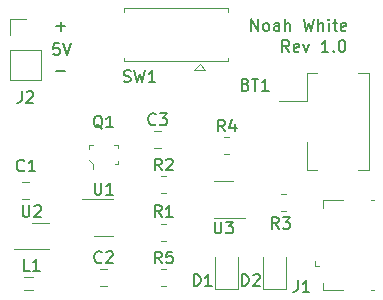
<source format=gbr>
%TF.GenerationSoftware,KiCad,Pcbnew,(6.0.10)*%
%TF.CreationDate,2023-02-04T18:20:05-05:00*%
%TF.ProjectId,lipo_charger,6c69706f-5f63-4686-9172-6765722e6b69,rev?*%
%TF.SameCoordinates,Original*%
%TF.FileFunction,Legend,Top*%
%TF.FilePolarity,Positive*%
%FSLAX46Y46*%
G04 Gerber Fmt 4.6, Leading zero omitted, Abs format (unit mm)*
G04 Created by KiCad (PCBNEW (6.0.10)) date 2023-02-04 18:20:05*
%MOMM*%
%LPD*%
G01*
G04 APERTURE LIST*
%ADD10C,0.150000*%
%ADD11C,0.120000*%
%ADD12C,0.100000*%
G04 APERTURE END LIST*
D10*
X157694571Y-105608380D02*
X157361238Y-105132190D01*
X157123142Y-105608380D02*
X157123142Y-104608380D01*
X157504095Y-104608380D01*
X157599333Y-104656000D01*
X157646952Y-104703619D01*
X157694571Y-104798857D01*
X157694571Y-104941714D01*
X157646952Y-105036952D01*
X157599333Y-105084571D01*
X157504095Y-105132190D01*
X157123142Y-105132190D01*
X158504095Y-105560761D02*
X158408857Y-105608380D01*
X158218380Y-105608380D01*
X158123142Y-105560761D01*
X158075523Y-105465523D01*
X158075523Y-105084571D01*
X158123142Y-104989333D01*
X158218380Y-104941714D01*
X158408857Y-104941714D01*
X158504095Y-104989333D01*
X158551714Y-105084571D01*
X158551714Y-105179809D01*
X158075523Y-105275047D01*
X158885047Y-104941714D02*
X159123142Y-105608380D01*
X159361238Y-104941714D01*
X161027904Y-105608380D02*
X160456476Y-105608380D01*
X160742190Y-105608380D02*
X160742190Y-104608380D01*
X160646952Y-104751238D01*
X160551714Y-104846476D01*
X160456476Y-104894095D01*
X161456476Y-105513142D02*
X161504095Y-105560761D01*
X161456476Y-105608380D01*
X161408857Y-105560761D01*
X161456476Y-105513142D01*
X161456476Y-105608380D01*
X162123142Y-104608380D02*
X162218380Y-104608380D01*
X162313619Y-104656000D01*
X162361238Y-104703619D01*
X162408857Y-104798857D01*
X162456476Y-104989333D01*
X162456476Y-105227428D01*
X162408857Y-105417904D01*
X162361238Y-105513142D01*
X162313619Y-105560761D01*
X162218380Y-105608380D01*
X162123142Y-105608380D01*
X162027904Y-105560761D01*
X161980285Y-105513142D01*
X161932666Y-105417904D01*
X161885047Y-105227428D01*
X161885047Y-104989333D01*
X161932666Y-104798857D01*
X161980285Y-104703619D01*
X162027904Y-104656000D01*
X162123142Y-104608380D01*
X138239523Y-104862380D02*
X137763333Y-104862380D01*
X137715714Y-105338571D01*
X137763333Y-105290952D01*
X137858571Y-105243333D01*
X138096666Y-105243333D01*
X138191904Y-105290952D01*
X138239523Y-105338571D01*
X138287142Y-105433809D01*
X138287142Y-105671904D01*
X138239523Y-105767142D01*
X138191904Y-105814761D01*
X138096666Y-105862380D01*
X137858571Y-105862380D01*
X137763333Y-105814761D01*
X137715714Y-105767142D01*
X138572857Y-104862380D02*
X138906190Y-105862380D01*
X139239523Y-104862380D01*
X137998247Y-107259428D02*
X138760152Y-107259428D01*
X137998247Y-103449428D02*
X138760152Y-103449428D01*
X138379200Y-103830380D02*
X138379200Y-103068476D01*
X154496000Y-103830380D02*
X154496000Y-102830380D01*
X155067428Y-103830380D01*
X155067428Y-102830380D01*
X155686476Y-103830380D02*
X155591238Y-103782761D01*
X155543619Y-103735142D01*
X155496000Y-103639904D01*
X155496000Y-103354190D01*
X155543619Y-103258952D01*
X155591238Y-103211333D01*
X155686476Y-103163714D01*
X155829333Y-103163714D01*
X155924571Y-103211333D01*
X155972190Y-103258952D01*
X156019809Y-103354190D01*
X156019809Y-103639904D01*
X155972190Y-103735142D01*
X155924571Y-103782761D01*
X155829333Y-103830380D01*
X155686476Y-103830380D01*
X156876952Y-103830380D02*
X156876952Y-103306571D01*
X156829333Y-103211333D01*
X156734095Y-103163714D01*
X156543619Y-103163714D01*
X156448380Y-103211333D01*
X156876952Y-103782761D02*
X156781714Y-103830380D01*
X156543619Y-103830380D01*
X156448380Y-103782761D01*
X156400761Y-103687523D01*
X156400761Y-103592285D01*
X156448380Y-103497047D01*
X156543619Y-103449428D01*
X156781714Y-103449428D01*
X156876952Y-103401809D01*
X157353142Y-103830380D02*
X157353142Y-102830380D01*
X157781714Y-103830380D02*
X157781714Y-103306571D01*
X157734095Y-103211333D01*
X157638857Y-103163714D01*
X157496000Y-103163714D01*
X157400761Y-103211333D01*
X157353142Y-103258952D01*
X158924571Y-102830380D02*
X159162666Y-103830380D01*
X159353142Y-103116095D01*
X159543619Y-103830380D01*
X159781714Y-102830380D01*
X160162666Y-103830380D02*
X160162666Y-102830380D01*
X160591238Y-103830380D02*
X160591238Y-103306571D01*
X160543619Y-103211333D01*
X160448380Y-103163714D01*
X160305523Y-103163714D01*
X160210285Y-103211333D01*
X160162666Y-103258952D01*
X161067428Y-103830380D02*
X161067428Y-103163714D01*
X161067428Y-102830380D02*
X161019809Y-102878000D01*
X161067428Y-102925619D01*
X161115047Y-102878000D01*
X161067428Y-102830380D01*
X161067428Y-102925619D01*
X161400761Y-103163714D02*
X161781714Y-103163714D01*
X161543619Y-102830380D02*
X161543619Y-103687523D01*
X161591238Y-103782761D01*
X161686476Y-103830380D01*
X161781714Y-103830380D01*
X162496000Y-103782761D02*
X162400761Y-103830380D01*
X162210285Y-103830380D01*
X162115047Y-103782761D01*
X162067428Y-103687523D01*
X162067428Y-103306571D01*
X162115047Y-103211333D01*
X162210285Y-103163714D01*
X162400761Y-103163714D01*
X162496000Y-103211333D01*
X162543619Y-103306571D01*
X162543619Y-103401809D01*
X162067428Y-103497047D01*
%TO.C,J2*%
X135048666Y-108926380D02*
X135048666Y-109640666D01*
X135001047Y-109783523D01*
X134905809Y-109878761D01*
X134762952Y-109926380D01*
X134667714Y-109926380D01*
X135477238Y-109021619D02*
X135524857Y-108974000D01*
X135620095Y-108926380D01*
X135858190Y-108926380D01*
X135953428Y-108974000D01*
X136001047Y-109021619D01*
X136048666Y-109116857D01*
X136048666Y-109212095D01*
X136001047Y-109354952D01*
X135429619Y-109926380D01*
X136048666Y-109926380D01*
%TO.C,BT1*%
X154001885Y-108361171D02*
X154144742Y-108408790D01*
X154192361Y-108456409D01*
X154239980Y-108551647D01*
X154239980Y-108694504D01*
X154192361Y-108789742D01*
X154144742Y-108837361D01*
X154049504Y-108884980D01*
X153668552Y-108884980D01*
X153668552Y-107884980D01*
X154001885Y-107884980D01*
X154097123Y-107932600D01*
X154144742Y-107980219D01*
X154192361Y-108075457D01*
X154192361Y-108170695D01*
X154144742Y-108265933D01*
X154097123Y-108313552D01*
X154001885Y-108361171D01*
X153668552Y-108361171D01*
X154525695Y-107884980D02*
X155097123Y-107884980D01*
X154811409Y-108884980D02*
X154811409Y-107884980D01*
X155954266Y-108884980D02*
X155382838Y-108884980D01*
X155668552Y-108884980D02*
X155668552Y-107884980D01*
X155573314Y-108027838D01*
X155478076Y-108123076D01*
X155382838Y-108170695D01*
%TO.C,C2*%
X141819333Y-123391142D02*
X141771714Y-123438761D01*
X141628857Y-123486380D01*
X141533619Y-123486380D01*
X141390761Y-123438761D01*
X141295523Y-123343523D01*
X141247904Y-123248285D01*
X141200285Y-123057809D01*
X141200285Y-122914952D01*
X141247904Y-122724476D01*
X141295523Y-122629238D01*
X141390761Y-122534000D01*
X141533619Y-122486380D01*
X141628857Y-122486380D01*
X141771714Y-122534000D01*
X141819333Y-122581619D01*
X142200285Y-122581619D02*
X142247904Y-122534000D01*
X142343142Y-122486380D01*
X142581238Y-122486380D01*
X142676476Y-122534000D01*
X142724095Y-122581619D01*
X142771714Y-122676857D01*
X142771714Y-122772095D01*
X142724095Y-122914952D01*
X142152666Y-123486380D01*
X142771714Y-123486380D01*
%TO.C,SW1*%
X143700666Y-108100761D02*
X143843523Y-108148380D01*
X144081619Y-108148380D01*
X144176857Y-108100761D01*
X144224476Y-108053142D01*
X144272095Y-107957904D01*
X144272095Y-107862666D01*
X144224476Y-107767428D01*
X144176857Y-107719809D01*
X144081619Y-107672190D01*
X143891142Y-107624571D01*
X143795904Y-107576952D01*
X143748285Y-107529333D01*
X143700666Y-107434095D01*
X143700666Y-107338857D01*
X143748285Y-107243619D01*
X143795904Y-107196000D01*
X143891142Y-107148380D01*
X144129238Y-107148380D01*
X144272095Y-107196000D01*
X144605428Y-107148380D02*
X144843523Y-108148380D01*
X145034000Y-107434095D01*
X145224476Y-108148380D01*
X145462571Y-107148380D01*
X146367333Y-108148380D02*
X145795904Y-108148380D01*
X146081619Y-108148380D02*
X146081619Y-107148380D01*
X145986380Y-107291238D01*
X145891142Y-107386476D01*
X145795904Y-107434095D01*
%TO.C,Q1*%
X141890761Y-112097619D02*
X141795523Y-112050000D01*
X141700285Y-111954761D01*
X141557428Y-111811904D01*
X141462190Y-111764285D01*
X141366952Y-111764285D01*
X141414571Y-112002380D02*
X141319333Y-111954761D01*
X141224095Y-111859523D01*
X141176476Y-111669047D01*
X141176476Y-111335714D01*
X141224095Y-111145238D01*
X141319333Y-111050000D01*
X141414571Y-111002380D01*
X141605047Y-111002380D01*
X141700285Y-111050000D01*
X141795523Y-111145238D01*
X141843142Y-111335714D01*
X141843142Y-111669047D01*
X141795523Y-111859523D01*
X141700285Y-111954761D01*
X141605047Y-112002380D01*
X141414571Y-112002380D01*
X142795523Y-112002380D02*
X142224095Y-112002380D01*
X142509809Y-112002380D02*
X142509809Y-111002380D01*
X142414571Y-111145238D01*
X142319333Y-111240476D01*
X142224095Y-111288095D01*
%TO.C,R3*%
X156805333Y-120594380D02*
X156472000Y-120118190D01*
X156233904Y-120594380D02*
X156233904Y-119594380D01*
X156614857Y-119594380D01*
X156710095Y-119642000D01*
X156757714Y-119689619D01*
X156805333Y-119784857D01*
X156805333Y-119927714D01*
X156757714Y-120022952D01*
X156710095Y-120070571D01*
X156614857Y-120118190D01*
X156233904Y-120118190D01*
X157138666Y-119594380D02*
X157757714Y-119594380D01*
X157424380Y-119975333D01*
X157567238Y-119975333D01*
X157662476Y-120022952D01*
X157710095Y-120070571D01*
X157757714Y-120165809D01*
X157757714Y-120403904D01*
X157710095Y-120499142D01*
X157662476Y-120546761D01*
X157567238Y-120594380D01*
X157281523Y-120594380D01*
X157186285Y-120546761D01*
X157138666Y-120499142D01*
%TO.C,R1*%
X146899333Y-119578380D02*
X146566000Y-119102190D01*
X146327904Y-119578380D02*
X146327904Y-118578380D01*
X146708857Y-118578380D01*
X146804095Y-118626000D01*
X146851714Y-118673619D01*
X146899333Y-118768857D01*
X146899333Y-118911714D01*
X146851714Y-119006952D01*
X146804095Y-119054571D01*
X146708857Y-119102190D01*
X146327904Y-119102190D01*
X147851714Y-119578380D02*
X147280285Y-119578380D01*
X147566000Y-119578380D02*
X147566000Y-118578380D01*
X147470761Y-118721238D01*
X147375523Y-118816476D01*
X147280285Y-118864095D01*
%TO.C,R2*%
X146899333Y-115642380D02*
X146566000Y-115166190D01*
X146327904Y-115642380D02*
X146327904Y-114642380D01*
X146708857Y-114642380D01*
X146804095Y-114690000D01*
X146851714Y-114737619D01*
X146899333Y-114832857D01*
X146899333Y-114975714D01*
X146851714Y-115070952D01*
X146804095Y-115118571D01*
X146708857Y-115166190D01*
X146327904Y-115166190D01*
X147280285Y-114737619D02*
X147327904Y-114690000D01*
X147423142Y-114642380D01*
X147661238Y-114642380D01*
X147756476Y-114690000D01*
X147804095Y-114737619D01*
X147851714Y-114832857D01*
X147851714Y-114928095D01*
X147804095Y-115070952D01*
X147232666Y-115642380D01*
X147851714Y-115642380D01*
%TO.C,D1*%
X149629904Y-125420380D02*
X149629904Y-124420380D01*
X149868000Y-124420380D01*
X150010857Y-124468000D01*
X150106095Y-124563238D01*
X150153714Y-124658476D01*
X150201333Y-124848952D01*
X150201333Y-124991809D01*
X150153714Y-125182285D01*
X150106095Y-125277523D01*
X150010857Y-125372761D01*
X149868000Y-125420380D01*
X149629904Y-125420380D01*
X151153714Y-125420380D02*
X150582285Y-125420380D01*
X150868000Y-125420380D02*
X150868000Y-124420380D01*
X150772761Y-124563238D01*
X150677523Y-124658476D01*
X150582285Y-124706095D01*
%TO.C,U1*%
X141224095Y-116686380D02*
X141224095Y-117495904D01*
X141271714Y-117591142D01*
X141319333Y-117638761D01*
X141414571Y-117686380D01*
X141605047Y-117686380D01*
X141700285Y-117638761D01*
X141747904Y-117591142D01*
X141795523Y-117495904D01*
X141795523Y-116686380D01*
X142795523Y-117686380D02*
X142224095Y-117686380D01*
X142509809Y-117686380D02*
X142509809Y-116686380D01*
X142414571Y-116829238D01*
X142319333Y-116924476D01*
X142224095Y-116972095D01*
%TO.C,U2*%
X135128095Y-118578380D02*
X135128095Y-119387904D01*
X135175714Y-119483142D01*
X135223333Y-119530761D01*
X135318571Y-119578380D01*
X135509047Y-119578380D01*
X135604285Y-119530761D01*
X135651904Y-119483142D01*
X135699523Y-119387904D01*
X135699523Y-118578380D01*
X136128095Y-118673619D02*
X136175714Y-118626000D01*
X136270952Y-118578380D01*
X136509047Y-118578380D01*
X136604285Y-118626000D01*
X136651904Y-118673619D01*
X136699523Y-118768857D01*
X136699523Y-118864095D01*
X136651904Y-119006952D01*
X136080476Y-119578380D01*
X136699523Y-119578380D01*
%TO.C,D2*%
X153693904Y-125420380D02*
X153693904Y-124420380D01*
X153932000Y-124420380D01*
X154074857Y-124468000D01*
X154170095Y-124563238D01*
X154217714Y-124658476D01*
X154265333Y-124848952D01*
X154265333Y-124991809D01*
X154217714Y-125182285D01*
X154170095Y-125277523D01*
X154074857Y-125372761D01*
X153932000Y-125420380D01*
X153693904Y-125420380D01*
X154646285Y-124515619D02*
X154693904Y-124468000D01*
X154789142Y-124420380D01*
X155027238Y-124420380D01*
X155122476Y-124468000D01*
X155170095Y-124515619D01*
X155217714Y-124610857D01*
X155217714Y-124706095D01*
X155170095Y-124848952D01*
X154598666Y-125420380D01*
X155217714Y-125420380D01*
%TO.C,L1*%
X135723333Y-124124380D02*
X135247142Y-124124380D01*
X135247142Y-123124380D01*
X136580476Y-124124380D02*
X136009047Y-124124380D01*
X136294761Y-124124380D02*
X136294761Y-123124380D01*
X136199523Y-123267238D01*
X136104285Y-123362476D01*
X136009047Y-123410095D01*
%TO.C,C3*%
X146391333Y-111707142D02*
X146343714Y-111754761D01*
X146200857Y-111802380D01*
X146105619Y-111802380D01*
X145962761Y-111754761D01*
X145867523Y-111659523D01*
X145819904Y-111564285D01*
X145772285Y-111373809D01*
X145772285Y-111230952D01*
X145819904Y-111040476D01*
X145867523Y-110945238D01*
X145962761Y-110850000D01*
X146105619Y-110802380D01*
X146200857Y-110802380D01*
X146343714Y-110850000D01*
X146391333Y-110897619D01*
X146724666Y-110802380D02*
X147343714Y-110802380D01*
X147010380Y-111183333D01*
X147153238Y-111183333D01*
X147248476Y-111230952D01*
X147296095Y-111278571D01*
X147343714Y-111373809D01*
X147343714Y-111611904D01*
X147296095Y-111707142D01*
X147248476Y-111754761D01*
X147153238Y-111802380D01*
X146867523Y-111802380D01*
X146772285Y-111754761D01*
X146724666Y-111707142D01*
%TO.C,U3*%
X151384095Y-119962380D02*
X151384095Y-120771904D01*
X151431714Y-120867142D01*
X151479333Y-120914761D01*
X151574571Y-120962380D01*
X151765047Y-120962380D01*
X151860285Y-120914761D01*
X151907904Y-120867142D01*
X151955523Y-120771904D01*
X151955523Y-119962380D01*
X152336476Y-119962380D02*
X152955523Y-119962380D01*
X152622190Y-120343333D01*
X152765047Y-120343333D01*
X152860285Y-120390952D01*
X152907904Y-120438571D01*
X152955523Y-120533809D01*
X152955523Y-120771904D01*
X152907904Y-120867142D01*
X152860285Y-120914761D01*
X152765047Y-120962380D01*
X152479333Y-120962380D01*
X152384095Y-120914761D01*
X152336476Y-120867142D01*
%TO.C,R4*%
X152249333Y-112340380D02*
X151916000Y-111864190D01*
X151677904Y-112340380D02*
X151677904Y-111340380D01*
X152058857Y-111340380D01*
X152154095Y-111388000D01*
X152201714Y-111435619D01*
X152249333Y-111530857D01*
X152249333Y-111673714D01*
X152201714Y-111768952D01*
X152154095Y-111816571D01*
X152058857Y-111864190D01*
X151677904Y-111864190D01*
X153106476Y-111673714D02*
X153106476Y-112340380D01*
X152868380Y-111292761D02*
X152630285Y-112007047D01*
X153249333Y-112007047D01*
%TO.C,R5*%
X146899333Y-123516380D02*
X146566000Y-123040190D01*
X146327904Y-123516380D02*
X146327904Y-122516380D01*
X146708857Y-122516380D01*
X146804095Y-122564000D01*
X146851714Y-122611619D01*
X146899333Y-122706857D01*
X146899333Y-122849714D01*
X146851714Y-122944952D01*
X146804095Y-122992571D01*
X146708857Y-123040190D01*
X146327904Y-123040190D01*
X147804095Y-122516380D02*
X147327904Y-122516380D01*
X147280285Y-122992571D01*
X147327904Y-122944952D01*
X147423142Y-122897333D01*
X147661238Y-122897333D01*
X147756476Y-122944952D01*
X147804095Y-122992571D01*
X147851714Y-123087809D01*
X147851714Y-123325904D01*
X147804095Y-123421142D01*
X147756476Y-123468761D01*
X147661238Y-123516380D01*
X147423142Y-123516380D01*
X147327904Y-123468761D01*
X147280285Y-123421142D01*
%TO.C,C1*%
X135255333Y-115625142D02*
X135207714Y-115672761D01*
X135064857Y-115720380D01*
X134969619Y-115720380D01*
X134826761Y-115672761D01*
X134731523Y-115577523D01*
X134683904Y-115482285D01*
X134636285Y-115291809D01*
X134636285Y-115148952D01*
X134683904Y-114958476D01*
X134731523Y-114863238D01*
X134826761Y-114768000D01*
X134969619Y-114720380D01*
X135064857Y-114720380D01*
X135207714Y-114768000D01*
X135255333Y-114815619D01*
X136207714Y-115720380D02*
X135636285Y-115720380D01*
X135922000Y-115720380D02*
X135922000Y-114720380D01*
X135826761Y-114863238D01*
X135731523Y-114958476D01*
X135636285Y-115006095D01*
%TO.C,J1*%
X158416666Y-124928380D02*
X158416666Y-125642666D01*
X158369047Y-125785523D01*
X158273809Y-125880761D01*
X158130952Y-125928380D01*
X158035714Y-125928380D01*
X159416666Y-125928380D02*
X158845238Y-125928380D01*
X159130952Y-125928380D02*
X159130952Y-124928380D01*
X159035714Y-125071238D01*
X158940476Y-125166476D01*
X158845238Y-125214095D01*
D11*
%TO.C,J2*%
X134052000Y-108010000D02*
X136712000Y-108010000D01*
X134052000Y-102810000D02*
X135382000Y-102810000D01*
X134052000Y-105410000D02*
X136712000Y-105410000D01*
X134052000Y-104140000D02*
X134052000Y-102810000D01*
X134052000Y-105410000D02*
X134052000Y-108010000D01*
X136712000Y-105410000D02*
X136712000Y-108010000D01*
%TO.C,BT1*%
X159200000Y-115591000D02*
X159200000Y-113266000D01*
X160050000Y-107421000D02*
X159200000Y-107421000D01*
X164420000Y-115591000D02*
X163570000Y-115591000D01*
X160050000Y-115591000D02*
X159200000Y-115591000D01*
X159200000Y-109746000D02*
X156810000Y-109746000D01*
X163570000Y-107421000D02*
X164420000Y-107421000D01*
X159200000Y-107421000D02*
X159200000Y-109746000D01*
X164420000Y-107421000D02*
X164420000Y-115591000D01*
%TO.C,C2*%
X141724748Y-123979000D02*
X142247252Y-123979000D01*
X141724748Y-125449000D02*
X142247252Y-125449000D01*
%TO.C,SW1*%
X150114000Y-106600000D02*
X149614000Y-107100000D01*
X143704000Y-106400000D02*
X143704000Y-106090000D01*
X149614000Y-107100000D02*
X150614000Y-107100000D01*
X152524000Y-106090000D02*
X152524000Y-106400000D01*
X152524000Y-106400000D02*
X143704000Y-106400000D01*
X152524000Y-101880000D02*
X152524000Y-102190000D01*
X143704000Y-101880000D02*
X143704000Y-102190000D01*
X150614000Y-107100000D02*
X150114000Y-106600000D01*
X143704000Y-101880000D02*
X152524000Y-101880000D01*
D12*
%TO.C,Q1*%
X142911000Y-113500000D02*
X143211000Y-113500000D01*
X143211000Y-115100000D02*
X143211000Y-114850000D01*
X140761000Y-113500000D02*
X140761000Y-113800000D01*
X141061000Y-115100000D02*
X141061000Y-115500000D01*
X142936000Y-115100000D02*
X143211000Y-115100000D01*
X140761000Y-114775000D02*
X141061000Y-115100000D01*
X141061000Y-113500000D02*
X140761000Y-113500000D01*
X143211000Y-113500000D02*
X143211000Y-113725000D01*
D11*
%TO.C,R3*%
X157453064Y-117629000D02*
X156998936Y-117629000D01*
X157453064Y-119099000D02*
X156998936Y-119099000D01*
%TO.C,R1*%
X147293064Y-121639000D02*
X146838936Y-121639000D01*
X147293064Y-120169000D02*
X146838936Y-120169000D01*
%TO.C,R2*%
X146838936Y-116105000D02*
X147293064Y-116105000D01*
X146838936Y-117575000D02*
X147293064Y-117575000D01*
%TO.C,D1*%
X151440000Y-122952000D02*
X151440000Y-125637000D01*
X153360000Y-125637000D02*
X153360000Y-122952000D01*
X151440000Y-125637000D02*
X153360000Y-125637000D01*
%TO.C,U1*%
X141986000Y-121194000D02*
X142786000Y-121194000D01*
X141986000Y-118074000D02*
X142786000Y-118074000D01*
X141986000Y-118074000D02*
X140186000Y-118074000D01*
X141986000Y-121194000D02*
X141186000Y-121194000D01*
%TO.C,U2*%
X135890000Y-120048000D02*
X137390000Y-120048000D01*
X134390000Y-122268000D02*
X137390000Y-122268000D01*
%TO.C,D2*%
X155504000Y-125637000D02*
X157424000Y-125637000D01*
X155504000Y-122952000D02*
X155504000Y-125637000D01*
X157424000Y-125637000D02*
X157424000Y-122952000D01*
%TO.C,L1*%
X135236378Y-125782000D02*
X136035622Y-125782000D01*
X135236378Y-124662000D02*
X136035622Y-124662000D01*
%TO.C,C3*%
X146296748Y-112295000D02*
X146819252Y-112295000D01*
X146296748Y-113765000D02*
X146819252Y-113765000D01*
%TO.C,U3*%
X152146000Y-116550000D02*
X151346000Y-116550000D01*
X152146000Y-116550000D02*
X152946000Y-116550000D01*
X152146000Y-119670000D02*
X151346000Y-119670000D01*
X152146000Y-119670000D02*
X153946000Y-119670000D01*
%TO.C,R4*%
X152188936Y-112803000D02*
X152643064Y-112803000D01*
X152188936Y-114273000D02*
X152643064Y-114273000D01*
%TO.C,R5*%
X146838936Y-125449000D02*
X147293064Y-125449000D01*
X146838936Y-123979000D02*
X147293064Y-123979000D01*
%TO.C,C1*%
X135643252Y-118083000D02*
X135120748Y-118083000D01*
X135643252Y-116613000D02*
X135120748Y-116613000D01*
%TO.C,J1*%
X159870000Y-123740000D02*
X159870000Y-123290000D01*
X159870000Y-123740000D02*
X160260000Y-123740000D01*
X160570000Y-125790000D02*
X160570000Y-125130000D01*
X162300000Y-125790000D02*
X160570000Y-125790000D01*
X164870000Y-125790000D02*
X164660000Y-125790000D01*
X164870000Y-118170000D02*
X164660000Y-118170000D01*
X160570000Y-118170000D02*
X160570000Y-118820000D01*
X162300000Y-118170000D02*
X160570000Y-118170000D01*
%TD*%
M02*

</source>
